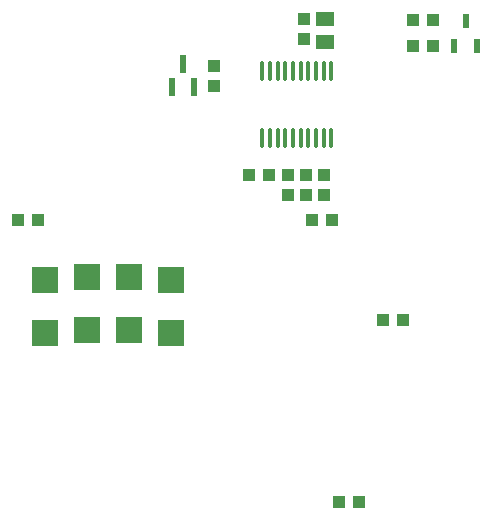
<source format=gtp>
%FSDAX24Y24*%
%MOIN*%
%SFA1B1*%

%IPPOS*%
%ADD11R,0.043300X0.039400*%
%ADD12R,0.090600X0.090600*%
%ADD13R,0.039400X0.043300*%
%ADD14R,0.023600X0.059100*%
%ADD15O,0.013800X0.070900*%
%ADD16R,0.023600X0.051200*%
%ADD17R,0.059100X0.051200*%
%LNde-230724-1*%
%LPD*%
G54D11*
X024735Y020450D03*
X024065D03*
X012585Y023800D03*
X011915D03*
X022615Y014400D03*
X023285D03*
X025065Y029600D03*
X025735D03*
Y030450D03*
X025065D03*
X022385Y023800D03*
X021715D03*
X020285Y025300D03*
X019615D03*
G54D12*
X017017Y020014D03*
Y021786D03*
X012800Y020014D03*
Y021786D03*
X014205Y021904D03*
Y020132D03*
X015611Y021904D03*
Y020132D03*
G54D13*
X022100Y025285D03*
Y024615D03*
X021500Y025285D03*
Y024615D03*
X020900Y025285D03*
Y024615D03*
X021450Y030485D03*
Y029815D03*
X018450Y028265D03*
Y028935D03*
G54D14*
X017400Y028974D03*
X017774Y028226D03*
X017026D03*
G54D15*
X020048Y026528D03*
X020304D03*
X020560D03*
X020816D03*
X021072D03*
X021328D03*
X021584D03*
X021840D03*
X022096D03*
X022352D03*
X020048Y028772D03*
X020304D03*
X020560D03*
X020816D03*
X021072D03*
X021328D03*
X021584D03*
X021840D03*
X022096D03*
X022352D03*
G54D16*
X026452Y029600D03*
X027200D03*
X026826Y030427D03*
G54D17*
X022150Y030474D03*
Y029726D03*
M02*
</source>
